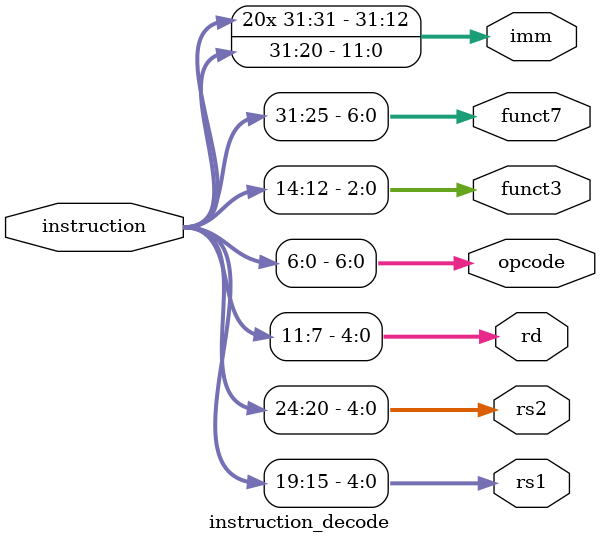
<source format=v>
module instruction_decode (
    input wire [31:0] instruction,
    output wire [4:0] rs1, rs2, rd,
    output wire [6:0] opcode,
    output wire [2:0] funct3,                                                     output wire [6:0] funct7,
    output wire [31:0] imm
);
    assign opcode = instruction[6:0];
    assign rd = instruction[11:7];
    assign funct3 = instruction[14:12];
    assign rs1 = instruction[19:15];
    assign rs2 = instruction[24:20];
    assign funct7 = instruction[31:25];
    assign imm = {{20{instruction[31]}}, instruction[31:20]};  // Sign-extend>
endmodule





</source>
